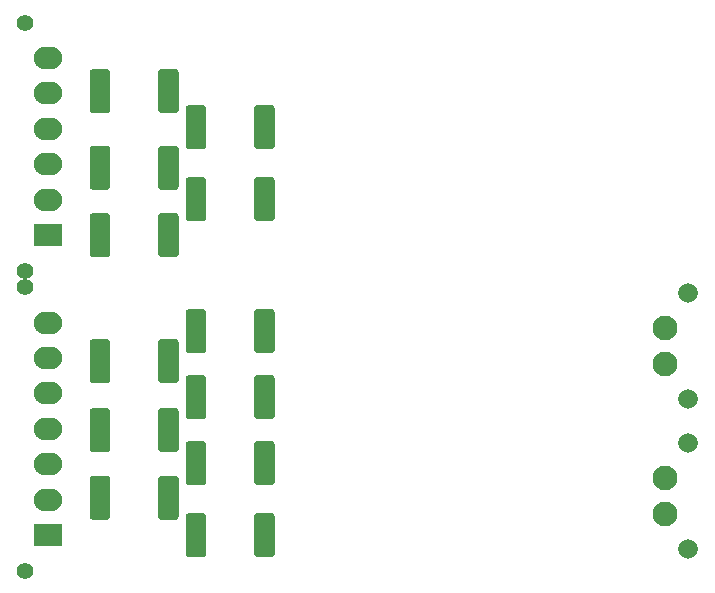
<source format=gbr>
G04 #@! TF.GenerationSoftware,KiCad,Pcbnew,(5.0.0)*
G04 #@! TF.CreationDate,2019-01-26T22:59:54-06:00*
G04 #@! TF.ProjectId,BPSVoltage,425053566F6C746167652E6B69636164,rev?*
G04 #@! TF.SameCoordinates,Original*
G04 #@! TF.FileFunction,Soldermask,Bot*
G04 #@! TF.FilePolarity,Negative*
%FSLAX46Y46*%
G04 Gerber Fmt 4.6, Leading zero omitted, Abs format (unit mm)*
G04 Created by KiCad (PCBNEW (5.0.0)) date 01/26/19 22:59:54*
%MOMM*%
%LPD*%
G01*
G04 APERTURE LIST*
%ADD10C,1.400000*%
%ADD11R,2.400000X1.900000*%
%ADD12O,2.400000X1.900000*%
%ADD13C,1.670000*%
%ADD14C,2.100000*%
%ADD15C,0.100000*%
%ADD16C,1.750000*%
G04 APERTURE END LIST*
D10*
G04 #@! TO.C,J4*
X168728000Y-72596000D03*
X168728000Y-48596000D03*
D11*
X170688000Y-69596000D03*
D12*
X170688000Y-66596000D03*
X170688000Y-63596000D03*
X170688000Y-60596000D03*
X170688000Y-57596000D03*
X170688000Y-54596000D03*
X170688000Y-51596000D03*
G04 #@! TD*
D10*
G04 #@! TO.C,J3*
X168728000Y-47196000D03*
X168728000Y-26196000D03*
D11*
X170688000Y-44196000D03*
D12*
X170688000Y-41196000D03*
X170688000Y-38196000D03*
X170688000Y-35196000D03*
X170688000Y-32196000D03*
X170688000Y-29196000D03*
G04 #@! TD*
D13*
G04 #@! TO.C,J1*
X224845000Y-58070000D03*
D14*
X222885000Y-52070000D03*
X222885000Y-55070000D03*
D13*
X224845000Y-49070000D03*
G04 #@! TD*
G04 #@! TO.C,J2*
X224845000Y-61770000D03*
D14*
X222885000Y-67770000D03*
X222885000Y-64770000D03*
D13*
X224845000Y-70770000D03*
G04 #@! TD*
D15*
G04 #@! TO.C,R4*
G36*
X181430692Y-30130561D02*
X181462151Y-30135227D01*
X181493000Y-30142954D01*
X181522944Y-30153669D01*
X181551694Y-30167266D01*
X181578972Y-30183616D01*
X181604517Y-30202561D01*
X181628081Y-30223919D01*
X181649439Y-30247483D01*
X181668384Y-30273028D01*
X181684734Y-30300306D01*
X181698331Y-30329056D01*
X181709046Y-30359000D01*
X181716773Y-30389849D01*
X181721439Y-30421308D01*
X181723000Y-30453073D01*
X181723000Y-33554927D01*
X181721439Y-33586692D01*
X181716773Y-33618151D01*
X181709046Y-33649000D01*
X181698331Y-33678944D01*
X181684734Y-33707694D01*
X181668384Y-33734972D01*
X181649439Y-33760517D01*
X181628081Y-33784081D01*
X181604517Y-33805439D01*
X181578972Y-33824384D01*
X181551694Y-33840734D01*
X181522944Y-33854331D01*
X181493000Y-33865046D01*
X181462151Y-33872773D01*
X181430692Y-33877439D01*
X181398927Y-33879000D01*
X180297073Y-33879000D01*
X180265308Y-33877439D01*
X180233849Y-33872773D01*
X180203000Y-33865046D01*
X180173056Y-33854331D01*
X180144306Y-33840734D01*
X180117028Y-33824384D01*
X180091483Y-33805439D01*
X180067919Y-33784081D01*
X180046561Y-33760517D01*
X180027616Y-33734972D01*
X180011266Y-33707694D01*
X179997669Y-33678944D01*
X179986954Y-33649000D01*
X179979227Y-33618151D01*
X179974561Y-33586692D01*
X179973000Y-33554927D01*
X179973000Y-30453073D01*
X179974561Y-30421308D01*
X179979227Y-30389849D01*
X179986954Y-30359000D01*
X179997669Y-30329056D01*
X180011266Y-30300306D01*
X180027616Y-30273028D01*
X180046561Y-30247483D01*
X180067919Y-30223919D01*
X180091483Y-30202561D01*
X180117028Y-30183616D01*
X180144306Y-30167266D01*
X180173056Y-30153669D01*
X180203000Y-30142954D01*
X180233849Y-30135227D01*
X180265308Y-30130561D01*
X180297073Y-30129000D01*
X181398927Y-30129000D01*
X181430692Y-30130561D01*
X181430692Y-30130561D01*
G37*
D16*
X180848000Y-32004000D03*
D15*
G36*
X175630692Y-30130561D02*
X175662151Y-30135227D01*
X175693000Y-30142954D01*
X175722944Y-30153669D01*
X175751694Y-30167266D01*
X175778972Y-30183616D01*
X175804517Y-30202561D01*
X175828081Y-30223919D01*
X175849439Y-30247483D01*
X175868384Y-30273028D01*
X175884734Y-30300306D01*
X175898331Y-30329056D01*
X175909046Y-30359000D01*
X175916773Y-30389849D01*
X175921439Y-30421308D01*
X175923000Y-30453073D01*
X175923000Y-33554927D01*
X175921439Y-33586692D01*
X175916773Y-33618151D01*
X175909046Y-33649000D01*
X175898331Y-33678944D01*
X175884734Y-33707694D01*
X175868384Y-33734972D01*
X175849439Y-33760517D01*
X175828081Y-33784081D01*
X175804517Y-33805439D01*
X175778972Y-33824384D01*
X175751694Y-33840734D01*
X175722944Y-33854331D01*
X175693000Y-33865046D01*
X175662151Y-33872773D01*
X175630692Y-33877439D01*
X175598927Y-33879000D01*
X174497073Y-33879000D01*
X174465308Y-33877439D01*
X174433849Y-33872773D01*
X174403000Y-33865046D01*
X174373056Y-33854331D01*
X174344306Y-33840734D01*
X174317028Y-33824384D01*
X174291483Y-33805439D01*
X174267919Y-33784081D01*
X174246561Y-33760517D01*
X174227616Y-33734972D01*
X174211266Y-33707694D01*
X174197669Y-33678944D01*
X174186954Y-33649000D01*
X174179227Y-33618151D01*
X174174561Y-33586692D01*
X174173000Y-33554927D01*
X174173000Y-30453073D01*
X174174561Y-30421308D01*
X174179227Y-30389849D01*
X174186954Y-30359000D01*
X174197669Y-30329056D01*
X174211266Y-30300306D01*
X174227616Y-30273028D01*
X174246561Y-30247483D01*
X174267919Y-30223919D01*
X174291483Y-30202561D01*
X174317028Y-30183616D01*
X174344306Y-30167266D01*
X174373056Y-30153669D01*
X174403000Y-30142954D01*
X174433849Y-30135227D01*
X174465308Y-30130561D01*
X174497073Y-30129000D01*
X175598927Y-30129000D01*
X175630692Y-30130561D01*
X175630692Y-30130561D01*
G37*
D16*
X175048000Y-32004000D03*
G04 #@! TD*
D15*
G04 #@! TO.C,R6*
G36*
X183758692Y-33178561D02*
X183790151Y-33183227D01*
X183821000Y-33190954D01*
X183850944Y-33201669D01*
X183879694Y-33215266D01*
X183906972Y-33231616D01*
X183932517Y-33250561D01*
X183956081Y-33271919D01*
X183977439Y-33295483D01*
X183996384Y-33321028D01*
X184012734Y-33348306D01*
X184026331Y-33377056D01*
X184037046Y-33407000D01*
X184044773Y-33437849D01*
X184049439Y-33469308D01*
X184051000Y-33501073D01*
X184051000Y-36602927D01*
X184049439Y-36634692D01*
X184044773Y-36666151D01*
X184037046Y-36697000D01*
X184026331Y-36726944D01*
X184012734Y-36755694D01*
X183996384Y-36782972D01*
X183977439Y-36808517D01*
X183956081Y-36832081D01*
X183932517Y-36853439D01*
X183906972Y-36872384D01*
X183879694Y-36888734D01*
X183850944Y-36902331D01*
X183821000Y-36913046D01*
X183790151Y-36920773D01*
X183758692Y-36925439D01*
X183726927Y-36927000D01*
X182625073Y-36927000D01*
X182593308Y-36925439D01*
X182561849Y-36920773D01*
X182531000Y-36913046D01*
X182501056Y-36902331D01*
X182472306Y-36888734D01*
X182445028Y-36872384D01*
X182419483Y-36853439D01*
X182395919Y-36832081D01*
X182374561Y-36808517D01*
X182355616Y-36782972D01*
X182339266Y-36755694D01*
X182325669Y-36726944D01*
X182314954Y-36697000D01*
X182307227Y-36666151D01*
X182302561Y-36634692D01*
X182301000Y-36602927D01*
X182301000Y-33501073D01*
X182302561Y-33469308D01*
X182307227Y-33437849D01*
X182314954Y-33407000D01*
X182325669Y-33377056D01*
X182339266Y-33348306D01*
X182355616Y-33321028D01*
X182374561Y-33295483D01*
X182395919Y-33271919D01*
X182419483Y-33250561D01*
X182445028Y-33231616D01*
X182472306Y-33215266D01*
X182501056Y-33201669D01*
X182531000Y-33190954D01*
X182561849Y-33183227D01*
X182593308Y-33178561D01*
X182625073Y-33177000D01*
X183726927Y-33177000D01*
X183758692Y-33178561D01*
X183758692Y-33178561D01*
G37*
D16*
X183176000Y-35052000D03*
D15*
G36*
X189558692Y-33178561D02*
X189590151Y-33183227D01*
X189621000Y-33190954D01*
X189650944Y-33201669D01*
X189679694Y-33215266D01*
X189706972Y-33231616D01*
X189732517Y-33250561D01*
X189756081Y-33271919D01*
X189777439Y-33295483D01*
X189796384Y-33321028D01*
X189812734Y-33348306D01*
X189826331Y-33377056D01*
X189837046Y-33407000D01*
X189844773Y-33437849D01*
X189849439Y-33469308D01*
X189851000Y-33501073D01*
X189851000Y-36602927D01*
X189849439Y-36634692D01*
X189844773Y-36666151D01*
X189837046Y-36697000D01*
X189826331Y-36726944D01*
X189812734Y-36755694D01*
X189796384Y-36782972D01*
X189777439Y-36808517D01*
X189756081Y-36832081D01*
X189732517Y-36853439D01*
X189706972Y-36872384D01*
X189679694Y-36888734D01*
X189650944Y-36902331D01*
X189621000Y-36913046D01*
X189590151Y-36920773D01*
X189558692Y-36925439D01*
X189526927Y-36927000D01*
X188425073Y-36927000D01*
X188393308Y-36925439D01*
X188361849Y-36920773D01*
X188331000Y-36913046D01*
X188301056Y-36902331D01*
X188272306Y-36888734D01*
X188245028Y-36872384D01*
X188219483Y-36853439D01*
X188195919Y-36832081D01*
X188174561Y-36808517D01*
X188155616Y-36782972D01*
X188139266Y-36755694D01*
X188125669Y-36726944D01*
X188114954Y-36697000D01*
X188107227Y-36666151D01*
X188102561Y-36634692D01*
X188101000Y-36602927D01*
X188101000Y-33501073D01*
X188102561Y-33469308D01*
X188107227Y-33437849D01*
X188114954Y-33407000D01*
X188125669Y-33377056D01*
X188139266Y-33348306D01*
X188155616Y-33321028D01*
X188174561Y-33295483D01*
X188195919Y-33271919D01*
X188219483Y-33250561D01*
X188245028Y-33231616D01*
X188272306Y-33215266D01*
X188301056Y-33201669D01*
X188331000Y-33190954D01*
X188361849Y-33183227D01*
X188393308Y-33178561D01*
X188425073Y-33177000D01*
X189526927Y-33177000D01*
X189558692Y-33178561D01*
X189558692Y-33178561D01*
G37*
D16*
X188976000Y-35052000D03*
G04 #@! TD*
D15*
G04 #@! TO.C,R8*
G36*
X181430692Y-36607561D02*
X181462151Y-36612227D01*
X181493000Y-36619954D01*
X181522944Y-36630669D01*
X181551694Y-36644266D01*
X181578972Y-36660616D01*
X181604517Y-36679561D01*
X181628081Y-36700919D01*
X181649439Y-36724483D01*
X181668384Y-36750028D01*
X181684734Y-36777306D01*
X181698331Y-36806056D01*
X181709046Y-36836000D01*
X181716773Y-36866849D01*
X181721439Y-36898308D01*
X181723000Y-36930073D01*
X181723000Y-40031927D01*
X181721439Y-40063692D01*
X181716773Y-40095151D01*
X181709046Y-40126000D01*
X181698331Y-40155944D01*
X181684734Y-40184694D01*
X181668384Y-40211972D01*
X181649439Y-40237517D01*
X181628081Y-40261081D01*
X181604517Y-40282439D01*
X181578972Y-40301384D01*
X181551694Y-40317734D01*
X181522944Y-40331331D01*
X181493000Y-40342046D01*
X181462151Y-40349773D01*
X181430692Y-40354439D01*
X181398927Y-40356000D01*
X180297073Y-40356000D01*
X180265308Y-40354439D01*
X180233849Y-40349773D01*
X180203000Y-40342046D01*
X180173056Y-40331331D01*
X180144306Y-40317734D01*
X180117028Y-40301384D01*
X180091483Y-40282439D01*
X180067919Y-40261081D01*
X180046561Y-40237517D01*
X180027616Y-40211972D01*
X180011266Y-40184694D01*
X179997669Y-40155944D01*
X179986954Y-40126000D01*
X179979227Y-40095151D01*
X179974561Y-40063692D01*
X179973000Y-40031927D01*
X179973000Y-36930073D01*
X179974561Y-36898308D01*
X179979227Y-36866849D01*
X179986954Y-36836000D01*
X179997669Y-36806056D01*
X180011266Y-36777306D01*
X180027616Y-36750028D01*
X180046561Y-36724483D01*
X180067919Y-36700919D01*
X180091483Y-36679561D01*
X180117028Y-36660616D01*
X180144306Y-36644266D01*
X180173056Y-36630669D01*
X180203000Y-36619954D01*
X180233849Y-36612227D01*
X180265308Y-36607561D01*
X180297073Y-36606000D01*
X181398927Y-36606000D01*
X181430692Y-36607561D01*
X181430692Y-36607561D01*
G37*
D16*
X180848000Y-38481000D03*
D15*
G36*
X175630692Y-36607561D02*
X175662151Y-36612227D01*
X175693000Y-36619954D01*
X175722944Y-36630669D01*
X175751694Y-36644266D01*
X175778972Y-36660616D01*
X175804517Y-36679561D01*
X175828081Y-36700919D01*
X175849439Y-36724483D01*
X175868384Y-36750028D01*
X175884734Y-36777306D01*
X175898331Y-36806056D01*
X175909046Y-36836000D01*
X175916773Y-36866849D01*
X175921439Y-36898308D01*
X175923000Y-36930073D01*
X175923000Y-40031927D01*
X175921439Y-40063692D01*
X175916773Y-40095151D01*
X175909046Y-40126000D01*
X175898331Y-40155944D01*
X175884734Y-40184694D01*
X175868384Y-40211972D01*
X175849439Y-40237517D01*
X175828081Y-40261081D01*
X175804517Y-40282439D01*
X175778972Y-40301384D01*
X175751694Y-40317734D01*
X175722944Y-40331331D01*
X175693000Y-40342046D01*
X175662151Y-40349773D01*
X175630692Y-40354439D01*
X175598927Y-40356000D01*
X174497073Y-40356000D01*
X174465308Y-40354439D01*
X174433849Y-40349773D01*
X174403000Y-40342046D01*
X174373056Y-40331331D01*
X174344306Y-40317734D01*
X174317028Y-40301384D01*
X174291483Y-40282439D01*
X174267919Y-40261081D01*
X174246561Y-40237517D01*
X174227616Y-40211972D01*
X174211266Y-40184694D01*
X174197669Y-40155944D01*
X174186954Y-40126000D01*
X174179227Y-40095151D01*
X174174561Y-40063692D01*
X174173000Y-40031927D01*
X174173000Y-36930073D01*
X174174561Y-36898308D01*
X174179227Y-36866849D01*
X174186954Y-36836000D01*
X174197669Y-36806056D01*
X174211266Y-36777306D01*
X174227616Y-36750028D01*
X174246561Y-36724483D01*
X174267919Y-36700919D01*
X174291483Y-36679561D01*
X174317028Y-36660616D01*
X174344306Y-36644266D01*
X174373056Y-36630669D01*
X174403000Y-36619954D01*
X174433849Y-36612227D01*
X174465308Y-36607561D01*
X174497073Y-36606000D01*
X175598927Y-36606000D01*
X175630692Y-36607561D01*
X175630692Y-36607561D01*
G37*
D16*
X175048000Y-38481000D03*
G04 #@! TD*
D15*
G04 #@! TO.C,R10*
G36*
X183758692Y-39274561D02*
X183790151Y-39279227D01*
X183821000Y-39286954D01*
X183850944Y-39297669D01*
X183879694Y-39311266D01*
X183906972Y-39327616D01*
X183932517Y-39346561D01*
X183956081Y-39367919D01*
X183977439Y-39391483D01*
X183996384Y-39417028D01*
X184012734Y-39444306D01*
X184026331Y-39473056D01*
X184037046Y-39503000D01*
X184044773Y-39533849D01*
X184049439Y-39565308D01*
X184051000Y-39597073D01*
X184051000Y-42698927D01*
X184049439Y-42730692D01*
X184044773Y-42762151D01*
X184037046Y-42793000D01*
X184026331Y-42822944D01*
X184012734Y-42851694D01*
X183996384Y-42878972D01*
X183977439Y-42904517D01*
X183956081Y-42928081D01*
X183932517Y-42949439D01*
X183906972Y-42968384D01*
X183879694Y-42984734D01*
X183850944Y-42998331D01*
X183821000Y-43009046D01*
X183790151Y-43016773D01*
X183758692Y-43021439D01*
X183726927Y-43023000D01*
X182625073Y-43023000D01*
X182593308Y-43021439D01*
X182561849Y-43016773D01*
X182531000Y-43009046D01*
X182501056Y-42998331D01*
X182472306Y-42984734D01*
X182445028Y-42968384D01*
X182419483Y-42949439D01*
X182395919Y-42928081D01*
X182374561Y-42904517D01*
X182355616Y-42878972D01*
X182339266Y-42851694D01*
X182325669Y-42822944D01*
X182314954Y-42793000D01*
X182307227Y-42762151D01*
X182302561Y-42730692D01*
X182301000Y-42698927D01*
X182301000Y-39597073D01*
X182302561Y-39565308D01*
X182307227Y-39533849D01*
X182314954Y-39503000D01*
X182325669Y-39473056D01*
X182339266Y-39444306D01*
X182355616Y-39417028D01*
X182374561Y-39391483D01*
X182395919Y-39367919D01*
X182419483Y-39346561D01*
X182445028Y-39327616D01*
X182472306Y-39311266D01*
X182501056Y-39297669D01*
X182531000Y-39286954D01*
X182561849Y-39279227D01*
X182593308Y-39274561D01*
X182625073Y-39273000D01*
X183726927Y-39273000D01*
X183758692Y-39274561D01*
X183758692Y-39274561D01*
G37*
D16*
X183176000Y-41148000D03*
D15*
G36*
X189558692Y-39274561D02*
X189590151Y-39279227D01*
X189621000Y-39286954D01*
X189650944Y-39297669D01*
X189679694Y-39311266D01*
X189706972Y-39327616D01*
X189732517Y-39346561D01*
X189756081Y-39367919D01*
X189777439Y-39391483D01*
X189796384Y-39417028D01*
X189812734Y-39444306D01*
X189826331Y-39473056D01*
X189837046Y-39503000D01*
X189844773Y-39533849D01*
X189849439Y-39565308D01*
X189851000Y-39597073D01*
X189851000Y-42698927D01*
X189849439Y-42730692D01*
X189844773Y-42762151D01*
X189837046Y-42793000D01*
X189826331Y-42822944D01*
X189812734Y-42851694D01*
X189796384Y-42878972D01*
X189777439Y-42904517D01*
X189756081Y-42928081D01*
X189732517Y-42949439D01*
X189706972Y-42968384D01*
X189679694Y-42984734D01*
X189650944Y-42998331D01*
X189621000Y-43009046D01*
X189590151Y-43016773D01*
X189558692Y-43021439D01*
X189526927Y-43023000D01*
X188425073Y-43023000D01*
X188393308Y-43021439D01*
X188361849Y-43016773D01*
X188331000Y-43009046D01*
X188301056Y-42998331D01*
X188272306Y-42984734D01*
X188245028Y-42968384D01*
X188219483Y-42949439D01*
X188195919Y-42928081D01*
X188174561Y-42904517D01*
X188155616Y-42878972D01*
X188139266Y-42851694D01*
X188125669Y-42822944D01*
X188114954Y-42793000D01*
X188107227Y-42762151D01*
X188102561Y-42730692D01*
X188101000Y-42698927D01*
X188101000Y-39597073D01*
X188102561Y-39565308D01*
X188107227Y-39533849D01*
X188114954Y-39503000D01*
X188125669Y-39473056D01*
X188139266Y-39444306D01*
X188155616Y-39417028D01*
X188174561Y-39391483D01*
X188195919Y-39367919D01*
X188219483Y-39346561D01*
X188245028Y-39327616D01*
X188272306Y-39311266D01*
X188301056Y-39297669D01*
X188331000Y-39286954D01*
X188361849Y-39279227D01*
X188393308Y-39274561D01*
X188425073Y-39273000D01*
X189526927Y-39273000D01*
X189558692Y-39274561D01*
X189558692Y-39274561D01*
G37*
D16*
X188976000Y-41148000D03*
G04 #@! TD*
D15*
G04 #@! TO.C,R12*
G36*
X181430692Y-42322561D02*
X181462151Y-42327227D01*
X181493000Y-42334954D01*
X181522944Y-42345669D01*
X181551694Y-42359266D01*
X181578972Y-42375616D01*
X181604517Y-42394561D01*
X181628081Y-42415919D01*
X181649439Y-42439483D01*
X181668384Y-42465028D01*
X181684734Y-42492306D01*
X181698331Y-42521056D01*
X181709046Y-42551000D01*
X181716773Y-42581849D01*
X181721439Y-42613308D01*
X181723000Y-42645073D01*
X181723000Y-45746927D01*
X181721439Y-45778692D01*
X181716773Y-45810151D01*
X181709046Y-45841000D01*
X181698331Y-45870944D01*
X181684734Y-45899694D01*
X181668384Y-45926972D01*
X181649439Y-45952517D01*
X181628081Y-45976081D01*
X181604517Y-45997439D01*
X181578972Y-46016384D01*
X181551694Y-46032734D01*
X181522944Y-46046331D01*
X181493000Y-46057046D01*
X181462151Y-46064773D01*
X181430692Y-46069439D01*
X181398927Y-46071000D01*
X180297073Y-46071000D01*
X180265308Y-46069439D01*
X180233849Y-46064773D01*
X180203000Y-46057046D01*
X180173056Y-46046331D01*
X180144306Y-46032734D01*
X180117028Y-46016384D01*
X180091483Y-45997439D01*
X180067919Y-45976081D01*
X180046561Y-45952517D01*
X180027616Y-45926972D01*
X180011266Y-45899694D01*
X179997669Y-45870944D01*
X179986954Y-45841000D01*
X179979227Y-45810151D01*
X179974561Y-45778692D01*
X179973000Y-45746927D01*
X179973000Y-42645073D01*
X179974561Y-42613308D01*
X179979227Y-42581849D01*
X179986954Y-42551000D01*
X179997669Y-42521056D01*
X180011266Y-42492306D01*
X180027616Y-42465028D01*
X180046561Y-42439483D01*
X180067919Y-42415919D01*
X180091483Y-42394561D01*
X180117028Y-42375616D01*
X180144306Y-42359266D01*
X180173056Y-42345669D01*
X180203000Y-42334954D01*
X180233849Y-42327227D01*
X180265308Y-42322561D01*
X180297073Y-42321000D01*
X181398927Y-42321000D01*
X181430692Y-42322561D01*
X181430692Y-42322561D01*
G37*
D16*
X180848000Y-44196000D03*
D15*
G36*
X175630692Y-42322561D02*
X175662151Y-42327227D01*
X175693000Y-42334954D01*
X175722944Y-42345669D01*
X175751694Y-42359266D01*
X175778972Y-42375616D01*
X175804517Y-42394561D01*
X175828081Y-42415919D01*
X175849439Y-42439483D01*
X175868384Y-42465028D01*
X175884734Y-42492306D01*
X175898331Y-42521056D01*
X175909046Y-42551000D01*
X175916773Y-42581849D01*
X175921439Y-42613308D01*
X175923000Y-42645073D01*
X175923000Y-45746927D01*
X175921439Y-45778692D01*
X175916773Y-45810151D01*
X175909046Y-45841000D01*
X175898331Y-45870944D01*
X175884734Y-45899694D01*
X175868384Y-45926972D01*
X175849439Y-45952517D01*
X175828081Y-45976081D01*
X175804517Y-45997439D01*
X175778972Y-46016384D01*
X175751694Y-46032734D01*
X175722944Y-46046331D01*
X175693000Y-46057046D01*
X175662151Y-46064773D01*
X175630692Y-46069439D01*
X175598927Y-46071000D01*
X174497073Y-46071000D01*
X174465308Y-46069439D01*
X174433849Y-46064773D01*
X174403000Y-46057046D01*
X174373056Y-46046331D01*
X174344306Y-46032734D01*
X174317028Y-46016384D01*
X174291483Y-45997439D01*
X174267919Y-45976081D01*
X174246561Y-45952517D01*
X174227616Y-45926972D01*
X174211266Y-45899694D01*
X174197669Y-45870944D01*
X174186954Y-45841000D01*
X174179227Y-45810151D01*
X174174561Y-45778692D01*
X174173000Y-45746927D01*
X174173000Y-42645073D01*
X174174561Y-42613308D01*
X174179227Y-42581849D01*
X174186954Y-42551000D01*
X174197669Y-42521056D01*
X174211266Y-42492306D01*
X174227616Y-42465028D01*
X174246561Y-42439483D01*
X174267919Y-42415919D01*
X174291483Y-42394561D01*
X174317028Y-42375616D01*
X174344306Y-42359266D01*
X174373056Y-42345669D01*
X174403000Y-42334954D01*
X174433849Y-42327227D01*
X174465308Y-42322561D01*
X174497073Y-42321000D01*
X175598927Y-42321000D01*
X175630692Y-42322561D01*
X175630692Y-42322561D01*
G37*
D16*
X175048000Y-44196000D03*
G04 #@! TD*
D15*
G04 #@! TO.C,R14*
G36*
X183758692Y-50450561D02*
X183790151Y-50455227D01*
X183821000Y-50462954D01*
X183850944Y-50473669D01*
X183879694Y-50487266D01*
X183906972Y-50503616D01*
X183932517Y-50522561D01*
X183956081Y-50543919D01*
X183977439Y-50567483D01*
X183996384Y-50593028D01*
X184012734Y-50620306D01*
X184026331Y-50649056D01*
X184037046Y-50679000D01*
X184044773Y-50709849D01*
X184049439Y-50741308D01*
X184051000Y-50773073D01*
X184051000Y-53874927D01*
X184049439Y-53906692D01*
X184044773Y-53938151D01*
X184037046Y-53969000D01*
X184026331Y-53998944D01*
X184012734Y-54027694D01*
X183996384Y-54054972D01*
X183977439Y-54080517D01*
X183956081Y-54104081D01*
X183932517Y-54125439D01*
X183906972Y-54144384D01*
X183879694Y-54160734D01*
X183850944Y-54174331D01*
X183821000Y-54185046D01*
X183790151Y-54192773D01*
X183758692Y-54197439D01*
X183726927Y-54199000D01*
X182625073Y-54199000D01*
X182593308Y-54197439D01*
X182561849Y-54192773D01*
X182531000Y-54185046D01*
X182501056Y-54174331D01*
X182472306Y-54160734D01*
X182445028Y-54144384D01*
X182419483Y-54125439D01*
X182395919Y-54104081D01*
X182374561Y-54080517D01*
X182355616Y-54054972D01*
X182339266Y-54027694D01*
X182325669Y-53998944D01*
X182314954Y-53969000D01*
X182307227Y-53938151D01*
X182302561Y-53906692D01*
X182301000Y-53874927D01*
X182301000Y-50773073D01*
X182302561Y-50741308D01*
X182307227Y-50709849D01*
X182314954Y-50679000D01*
X182325669Y-50649056D01*
X182339266Y-50620306D01*
X182355616Y-50593028D01*
X182374561Y-50567483D01*
X182395919Y-50543919D01*
X182419483Y-50522561D01*
X182445028Y-50503616D01*
X182472306Y-50487266D01*
X182501056Y-50473669D01*
X182531000Y-50462954D01*
X182561849Y-50455227D01*
X182593308Y-50450561D01*
X182625073Y-50449000D01*
X183726927Y-50449000D01*
X183758692Y-50450561D01*
X183758692Y-50450561D01*
G37*
D16*
X183176000Y-52324000D03*
D15*
G36*
X189558692Y-50450561D02*
X189590151Y-50455227D01*
X189621000Y-50462954D01*
X189650944Y-50473669D01*
X189679694Y-50487266D01*
X189706972Y-50503616D01*
X189732517Y-50522561D01*
X189756081Y-50543919D01*
X189777439Y-50567483D01*
X189796384Y-50593028D01*
X189812734Y-50620306D01*
X189826331Y-50649056D01*
X189837046Y-50679000D01*
X189844773Y-50709849D01*
X189849439Y-50741308D01*
X189851000Y-50773073D01*
X189851000Y-53874927D01*
X189849439Y-53906692D01*
X189844773Y-53938151D01*
X189837046Y-53969000D01*
X189826331Y-53998944D01*
X189812734Y-54027694D01*
X189796384Y-54054972D01*
X189777439Y-54080517D01*
X189756081Y-54104081D01*
X189732517Y-54125439D01*
X189706972Y-54144384D01*
X189679694Y-54160734D01*
X189650944Y-54174331D01*
X189621000Y-54185046D01*
X189590151Y-54192773D01*
X189558692Y-54197439D01*
X189526927Y-54199000D01*
X188425073Y-54199000D01*
X188393308Y-54197439D01*
X188361849Y-54192773D01*
X188331000Y-54185046D01*
X188301056Y-54174331D01*
X188272306Y-54160734D01*
X188245028Y-54144384D01*
X188219483Y-54125439D01*
X188195919Y-54104081D01*
X188174561Y-54080517D01*
X188155616Y-54054972D01*
X188139266Y-54027694D01*
X188125669Y-53998944D01*
X188114954Y-53969000D01*
X188107227Y-53938151D01*
X188102561Y-53906692D01*
X188101000Y-53874927D01*
X188101000Y-50773073D01*
X188102561Y-50741308D01*
X188107227Y-50709849D01*
X188114954Y-50679000D01*
X188125669Y-50649056D01*
X188139266Y-50620306D01*
X188155616Y-50593028D01*
X188174561Y-50567483D01*
X188195919Y-50543919D01*
X188219483Y-50522561D01*
X188245028Y-50503616D01*
X188272306Y-50487266D01*
X188301056Y-50473669D01*
X188331000Y-50462954D01*
X188361849Y-50455227D01*
X188393308Y-50450561D01*
X188425073Y-50449000D01*
X189526927Y-50449000D01*
X189558692Y-50450561D01*
X189558692Y-50450561D01*
G37*
D16*
X188976000Y-52324000D03*
G04 #@! TD*
D15*
G04 #@! TO.C,R18*
G36*
X181430692Y-52990561D02*
X181462151Y-52995227D01*
X181493000Y-53002954D01*
X181522944Y-53013669D01*
X181551694Y-53027266D01*
X181578972Y-53043616D01*
X181604517Y-53062561D01*
X181628081Y-53083919D01*
X181649439Y-53107483D01*
X181668384Y-53133028D01*
X181684734Y-53160306D01*
X181698331Y-53189056D01*
X181709046Y-53219000D01*
X181716773Y-53249849D01*
X181721439Y-53281308D01*
X181723000Y-53313073D01*
X181723000Y-56414927D01*
X181721439Y-56446692D01*
X181716773Y-56478151D01*
X181709046Y-56509000D01*
X181698331Y-56538944D01*
X181684734Y-56567694D01*
X181668384Y-56594972D01*
X181649439Y-56620517D01*
X181628081Y-56644081D01*
X181604517Y-56665439D01*
X181578972Y-56684384D01*
X181551694Y-56700734D01*
X181522944Y-56714331D01*
X181493000Y-56725046D01*
X181462151Y-56732773D01*
X181430692Y-56737439D01*
X181398927Y-56739000D01*
X180297073Y-56739000D01*
X180265308Y-56737439D01*
X180233849Y-56732773D01*
X180203000Y-56725046D01*
X180173056Y-56714331D01*
X180144306Y-56700734D01*
X180117028Y-56684384D01*
X180091483Y-56665439D01*
X180067919Y-56644081D01*
X180046561Y-56620517D01*
X180027616Y-56594972D01*
X180011266Y-56567694D01*
X179997669Y-56538944D01*
X179986954Y-56509000D01*
X179979227Y-56478151D01*
X179974561Y-56446692D01*
X179973000Y-56414927D01*
X179973000Y-53313073D01*
X179974561Y-53281308D01*
X179979227Y-53249849D01*
X179986954Y-53219000D01*
X179997669Y-53189056D01*
X180011266Y-53160306D01*
X180027616Y-53133028D01*
X180046561Y-53107483D01*
X180067919Y-53083919D01*
X180091483Y-53062561D01*
X180117028Y-53043616D01*
X180144306Y-53027266D01*
X180173056Y-53013669D01*
X180203000Y-53002954D01*
X180233849Y-52995227D01*
X180265308Y-52990561D01*
X180297073Y-52989000D01*
X181398927Y-52989000D01*
X181430692Y-52990561D01*
X181430692Y-52990561D01*
G37*
D16*
X180848000Y-54864000D03*
D15*
G36*
X175630692Y-52990561D02*
X175662151Y-52995227D01*
X175693000Y-53002954D01*
X175722944Y-53013669D01*
X175751694Y-53027266D01*
X175778972Y-53043616D01*
X175804517Y-53062561D01*
X175828081Y-53083919D01*
X175849439Y-53107483D01*
X175868384Y-53133028D01*
X175884734Y-53160306D01*
X175898331Y-53189056D01*
X175909046Y-53219000D01*
X175916773Y-53249849D01*
X175921439Y-53281308D01*
X175923000Y-53313073D01*
X175923000Y-56414927D01*
X175921439Y-56446692D01*
X175916773Y-56478151D01*
X175909046Y-56509000D01*
X175898331Y-56538944D01*
X175884734Y-56567694D01*
X175868384Y-56594972D01*
X175849439Y-56620517D01*
X175828081Y-56644081D01*
X175804517Y-56665439D01*
X175778972Y-56684384D01*
X175751694Y-56700734D01*
X175722944Y-56714331D01*
X175693000Y-56725046D01*
X175662151Y-56732773D01*
X175630692Y-56737439D01*
X175598927Y-56739000D01*
X174497073Y-56739000D01*
X174465308Y-56737439D01*
X174433849Y-56732773D01*
X174403000Y-56725046D01*
X174373056Y-56714331D01*
X174344306Y-56700734D01*
X174317028Y-56684384D01*
X174291483Y-56665439D01*
X174267919Y-56644081D01*
X174246561Y-56620517D01*
X174227616Y-56594972D01*
X174211266Y-56567694D01*
X174197669Y-56538944D01*
X174186954Y-56509000D01*
X174179227Y-56478151D01*
X174174561Y-56446692D01*
X174173000Y-56414927D01*
X174173000Y-53313073D01*
X174174561Y-53281308D01*
X174179227Y-53249849D01*
X174186954Y-53219000D01*
X174197669Y-53189056D01*
X174211266Y-53160306D01*
X174227616Y-53133028D01*
X174246561Y-53107483D01*
X174267919Y-53083919D01*
X174291483Y-53062561D01*
X174317028Y-53043616D01*
X174344306Y-53027266D01*
X174373056Y-53013669D01*
X174403000Y-53002954D01*
X174433849Y-52995227D01*
X174465308Y-52990561D01*
X174497073Y-52989000D01*
X175598927Y-52989000D01*
X175630692Y-52990561D01*
X175630692Y-52990561D01*
G37*
D16*
X175048000Y-54864000D03*
G04 #@! TD*
D15*
G04 #@! TO.C,R21*
G36*
X183758692Y-56038561D02*
X183790151Y-56043227D01*
X183821000Y-56050954D01*
X183850944Y-56061669D01*
X183879694Y-56075266D01*
X183906972Y-56091616D01*
X183932517Y-56110561D01*
X183956081Y-56131919D01*
X183977439Y-56155483D01*
X183996384Y-56181028D01*
X184012734Y-56208306D01*
X184026331Y-56237056D01*
X184037046Y-56267000D01*
X184044773Y-56297849D01*
X184049439Y-56329308D01*
X184051000Y-56361073D01*
X184051000Y-59462927D01*
X184049439Y-59494692D01*
X184044773Y-59526151D01*
X184037046Y-59557000D01*
X184026331Y-59586944D01*
X184012734Y-59615694D01*
X183996384Y-59642972D01*
X183977439Y-59668517D01*
X183956081Y-59692081D01*
X183932517Y-59713439D01*
X183906972Y-59732384D01*
X183879694Y-59748734D01*
X183850944Y-59762331D01*
X183821000Y-59773046D01*
X183790151Y-59780773D01*
X183758692Y-59785439D01*
X183726927Y-59787000D01*
X182625073Y-59787000D01*
X182593308Y-59785439D01*
X182561849Y-59780773D01*
X182531000Y-59773046D01*
X182501056Y-59762331D01*
X182472306Y-59748734D01*
X182445028Y-59732384D01*
X182419483Y-59713439D01*
X182395919Y-59692081D01*
X182374561Y-59668517D01*
X182355616Y-59642972D01*
X182339266Y-59615694D01*
X182325669Y-59586944D01*
X182314954Y-59557000D01*
X182307227Y-59526151D01*
X182302561Y-59494692D01*
X182301000Y-59462927D01*
X182301000Y-56361073D01*
X182302561Y-56329308D01*
X182307227Y-56297849D01*
X182314954Y-56267000D01*
X182325669Y-56237056D01*
X182339266Y-56208306D01*
X182355616Y-56181028D01*
X182374561Y-56155483D01*
X182395919Y-56131919D01*
X182419483Y-56110561D01*
X182445028Y-56091616D01*
X182472306Y-56075266D01*
X182501056Y-56061669D01*
X182531000Y-56050954D01*
X182561849Y-56043227D01*
X182593308Y-56038561D01*
X182625073Y-56037000D01*
X183726927Y-56037000D01*
X183758692Y-56038561D01*
X183758692Y-56038561D01*
G37*
D16*
X183176000Y-57912000D03*
D15*
G36*
X189558692Y-56038561D02*
X189590151Y-56043227D01*
X189621000Y-56050954D01*
X189650944Y-56061669D01*
X189679694Y-56075266D01*
X189706972Y-56091616D01*
X189732517Y-56110561D01*
X189756081Y-56131919D01*
X189777439Y-56155483D01*
X189796384Y-56181028D01*
X189812734Y-56208306D01*
X189826331Y-56237056D01*
X189837046Y-56267000D01*
X189844773Y-56297849D01*
X189849439Y-56329308D01*
X189851000Y-56361073D01*
X189851000Y-59462927D01*
X189849439Y-59494692D01*
X189844773Y-59526151D01*
X189837046Y-59557000D01*
X189826331Y-59586944D01*
X189812734Y-59615694D01*
X189796384Y-59642972D01*
X189777439Y-59668517D01*
X189756081Y-59692081D01*
X189732517Y-59713439D01*
X189706972Y-59732384D01*
X189679694Y-59748734D01*
X189650944Y-59762331D01*
X189621000Y-59773046D01*
X189590151Y-59780773D01*
X189558692Y-59785439D01*
X189526927Y-59787000D01*
X188425073Y-59787000D01*
X188393308Y-59785439D01*
X188361849Y-59780773D01*
X188331000Y-59773046D01*
X188301056Y-59762331D01*
X188272306Y-59748734D01*
X188245028Y-59732384D01*
X188219483Y-59713439D01*
X188195919Y-59692081D01*
X188174561Y-59668517D01*
X188155616Y-59642972D01*
X188139266Y-59615694D01*
X188125669Y-59586944D01*
X188114954Y-59557000D01*
X188107227Y-59526151D01*
X188102561Y-59494692D01*
X188101000Y-59462927D01*
X188101000Y-56361073D01*
X188102561Y-56329308D01*
X188107227Y-56297849D01*
X188114954Y-56267000D01*
X188125669Y-56237056D01*
X188139266Y-56208306D01*
X188155616Y-56181028D01*
X188174561Y-56155483D01*
X188195919Y-56131919D01*
X188219483Y-56110561D01*
X188245028Y-56091616D01*
X188272306Y-56075266D01*
X188301056Y-56061669D01*
X188331000Y-56050954D01*
X188361849Y-56043227D01*
X188393308Y-56038561D01*
X188425073Y-56037000D01*
X189526927Y-56037000D01*
X189558692Y-56038561D01*
X189558692Y-56038561D01*
G37*
D16*
X188976000Y-57912000D03*
G04 #@! TD*
D15*
G04 #@! TO.C,R25*
G36*
X181430692Y-58832561D02*
X181462151Y-58837227D01*
X181493000Y-58844954D01*
X181522944Y-58855669D01*
X181551694Y-58869266D01*
X181578972Y-58885616D01*
X181604517Y-58904561D01*
X181628081Y-58925919D01*
X181649439Y-58949483D01*
X181668384Y-58975028D01*
X181684734Y-59002306D01*
X181698331Y-59031056D01*
X181709046Y-59061000D01*
X181716773Y-59091849D01*
X181721439Y-59123308D01*
X181723000Y-59155073D01*
X181723000Y-62256927D01*
X181721439Y-62288692D01*
X181716773Y-62320151D01*
X181709046Y-62351000D01*
X181698331Y-62380944D01*
X181684734Y-62409694D01*
X181668384Y-62436972D01*
X181649439Y-62462517D01*
X181628081Y-62486081D01*
X181604517Y-62507439D01*
X181578972Y-62526384D01*
X181551694Y-62542734D01*
X181522944Y-62556331D01*
X181493000Y-62567046D01*
X181462151Y-62574773D01*
X181430692Y-62579439D01*
X181398927Y-62581000D01*
X180297073Y-62581000D01*
X180265308Y-62579439D01*
X180233849Y-62574773D01*
X180203000Y-62567046D01*
X180173056Y-62556331D01*
X180144306Y-62542734D01*
X180117028Y-62526384D01*
X180091483Y-62507439D01*
X180067919Y-62486081D01*
X180046561Y-62462517D01*
X180027616Y-62436972D01*
X180011266Y-62409694D01*
X179997669Y-62380944D01*
X179986954Y-62351000D01*
X179979227Y-62320151D01*
X179974561Y-62288692D01*
X179973000Y-62256927D01*
X179973000Y-59155073D01*
X179974561Y-59123308D01*
X179979227Y-59091849D01*
X179986954Y-59061000D01*
X179997669Y-59031056D01*
X180011266Y-59002306D01*
X180027616Y-58975028D01*
X180046561Y-58949483D01*
X180067919Y-58925919D01*
X180091483Y-58904561D01*
X180117028Y-58885616D01*
X180144306Y-58869266D01*
X180173056Y-58855669D01*
X180203000Y-58844954D01*
X180233849Y-58837227D01*
X180265308Y-58832561D01*
X180297073Y-58831000D01*
X181398927Y-58831000D01*
X181430692Y-58832561D01*
X181430692Y-58832561D01*
G37*
D16*
X180848000Y-60706000D03*
D15*
G36*
X175630692Y-58832561D02*
X175662151Y-58837227D01*
X175693000Y-58844954D01*
X175722944Y-58855669D01*
X175751694Y-58869266D01*
X175778972Y-58885616D01*
X175804517Y-58904561D01*
X175828081Y-58925919D01*
X175849439Y-58949483D01*
X175868384Y-58975028D01*
X175884734Y-59002306D01*
X175898331Y-59031056D01*
X175909046Y-59061000D01*
X175916773Y-59091849D01*
X175921439Y-59123308D01*
X175923000Y-59155073D01*
X175923000Y-62256927D01*
X175921439Y-62288692D01*
X175916773Y-62320151D01*
X175909046Y-62351000D01*
X175898331Y-62380944D01*
X175884734Y-62409694D01*
X175868384Y-62436972D01*
X175849439Y-62462517D01*
X175828081Y-62486081D01*
X175804517Y-62507439D01*
X175778972Y-62526384D01*
X175751694Y-62542734D01*
X175722944Y-62556331D01*
X175693000Y-62567046D01*
X175662151Y-62574773D01*
X175630692Y-62579439D01*
X175598927Y-62581000D01*
X174497073Y-62581000D01*
X174465308Y-62579439D01*
X174433849Y-62574773D01*
X174403000Y-62567046D01*
X174373056Y-62556331D01*
X174344306Y-62542734D01*
X174317028Y-62526384D01*
X174291483Y-62507439D01*
X174267919Y-62486081D01*
X174246561Y-62462517D01*
X174227616Y-62436972D01*
X174211266Y-62409694D01*
X174197669Y-62380944D01*
X174186954Y-62351000D01*
X174179227Y-62320151D01*
X174174561Y-62288692D01*
X174173000Y-62256927D01*
X174173000Y-59155073D01*
X174174561Y-59123308D01*
X174179227Y-59091849D01*
X174186954Y-59061000D01*
X174197669Y-59031056D01*
X174211266Y-59002306D01*
X174227616Y-58975028D01*
X174246561Y-58949483D01*
X174267919Y-58925919D01*
X174291483Y-58904561D01*
X174317028Y-58885616D01*
X174344306Y-58869266D01*
X174373056Y-58855669D01*
X174403000Y-58844954D01*
X174433849Y-58837227D01*
X174465308Y-58832561D01*
X174497073Y-58831000D01*
X175598927Y-58831000D01*
X175630692Y-58832561D01*
X175630692Y-58832561D01*
G37*
D16*
X175048000Y-60706000D03*
G04 #@! TD*
D15*
G04 #@! TO.C,R28*
G36*
X183758692Y-61626561D02*
X183790151Y-61631227D01*
X183821000Y-61638954D01*
X183850944Y-61649669D01*
X183879694Y-61663266D01*
X183906972Y-61679616D01*
X183932517Y-61698561D01*
X183956081Y-61719919D01*
X183977439Y-61743483D01*
X183996384Y-61769028D01*
X184012734Y-61796306D01*
X184026331Y-61825056D01*
X184037046Y-61855000D01*
X184044773Y-61885849D01*
X184049439Y-61917308D01*
X184051000Y-61949073D01*
X184051000Y-65050927D01*
X184049439Y-65082692D01*
X184044773Y-65114151D01*
X184037046Y-65145000D01*
X184026331Y-65174944D01*
X184012734Y-65203694D01*
X183996384Y-65230972D01*
X183977439Y-65256517D01*
X183956081Y-65280081D01*
X183932517Y-65301439D01*
X183906972Y-65320384D01*
X183879694Y-65336734D01*
X183850944Y-65350331D01*
X183821000Y-65361046D01*
X183790151Y-65368773D01*
X183758692Y-65373439D01*
X183726927Y-65375000D01*
X182625073Y-65375000D01*
X182593308Y-65373439D01*
X182561849Y-65368773D01*
X182531000Y-65361046D01*
X182501056Y-65350331D01*
X182472306Y-65336734D01*
X182445028Y-65320384D01*
X182419483Y-65301439D01*
X182395919Y-65280081D01*
X182374561Y-65256517D01*
X182355616Y-65230972D01*
X182339266Y-65203694D01*
X182325669Y-65174944D01*
X182314954Y-65145000D01*
X182307227Y-65114151D01*
X182302561Y-65082692D01*
X182301000Y-65050927D01*
X182301000Y-61949073D01*
X182302561Y-61917308D01*
X182307227Y-61885849D01*
X182314954Y-61855000D01*
X182325669Y-61825056D01*
X182339266Y-61796306D01*
X182355616Y-61769028D01*
X182374561Y-61743483D01*
X182395919Y-61719919D01*
X182419483Y-61698561D01*
X182445028Y-61679616D01*
X182472306Y-61663266D01*
X182501056Y-61649669D01*
X182531000Y-61638954D01*
X182561849Y-61631227D01*
X182593308Y-61626561D01*
X182625073Y-61625000D01*
X183726927Y-61625000D01*
X183758692Y-61626561D01*
X183758692Y-61626561D01*
G37*
D16*
X183176000Y-63500000D03*
D15*
G36*
X189558692Y-61626561D02*
X189590151Y-61631227D01*
X189621000Y-61638954D01*
X189650944Y-61649669D01*
X189679694Y-61663266D01*
X189706972Y-61679616D01*
X189732517Y-61698561D01*
X189756081Y-61719919D01*
X189777439Y-61743483D01*
X189796384Y-61769028D01*
X189812734Y-61796306D01*
X189826331Y-61825056D01*
X189837046Y-61855000D01*
X189844773Y-61885849D01*
X189849439Y-61917308D01*
X189851000Y-61949073D01*
X189851000Y-65050927D01*
X189849439Y-65082692D01*
X189844773Y-65114151D01*
X189837046Y-65145000D01*
X189826331Y-65174944D01*
X189812734Y-65203694D01*
X189796384Y-65230972D01*
X189777439Y-65256517D01*
X189756081Y-65280081D01*
X189732517Y-65301439D01*
X189706972Y-65320384D01*
X189679694Y-65336734D01*
X189650944Y-65350331D01*
X189621000Y-65361046D01*
X189590151Y-65368773D01*
X189558692Y-65373439D01*
X189526927Y-65375000D01*
X188425073Y-65375000D01*
X188393308Y-65373439D01*
X188361849Y-65368773D01*
X188331000Y-65361046D01*
X188301056Y-65350331D01*
X188272306Y-65336734D01*
X188245028Y-65320384D01*
X188219483Y-65301439D01*
X188195919Y-65280081D01*
X188174561Y-65256517D01*
X188155616Y-65230972D01*
X188139266Y-65203694D01*
X188125669Y-65174944D01*
X188114954Y-65145000D01*
X188107227Y-65114151D01*
X188102561Y-65082692D01*
X188101000Y-65050927D01*
X188101000Y-61949073D01*
X188102561Y-61917308D01*
X188107227Y-61885849D01*
X188114954Y-61855000D01*
X188125669Y-61825056D01*
X188139266Y-61796306D01*
X188155616Y-61769028D01*
X188174561Y-61743483D01*
X188195919Y-61719919D01*
X188219483Y-61698561D01*
X188245028Y-61679616D01*
X188272306Y-61663266D01*
X188301056Y-61649669D01*
X188331000Y-61638954D01*
X188361849Y-61631227D01*
X188393308Y-61626561D01*
X188425073Y-61625000D01*
X189526927Y-61625000D01*
X189558692Y-61626561D01*
X189558692Y-61626561D01*
G37*
D16*
X188976000Y-63500000D03*
G04 #@! TD*
D15*
G04 #@! TO.C,R30*
G36*
X181430692Y-64547561D02*
X181462151Y-64552227D01*
X181493000Y-64559954D01*
X181522944Y-64570669D01*
X181551694Y-64584266D01*
X181578972Y-64600616D01*
X181604517Y-64619561D01*
X181628081Y-64640919D01*
X181649439Y-64664483D01*
X181668384Y-64690028D01*
X181684734Y-64717306D01*
X181698331Y-64746056D01*
X181709046Y-64776000D01*
X181716773Y-64806849D01*
X181721439Y-64838308D01*
X181723000Y-64870073D01*
X181723000Y-67971927D01*
X181721439Y-68003692D01*
X181716773Y-68035151D01*
X181709046Y-68066000D01*
X181698331Y-68095944D01*
X181684734Y-68124694D01*
X181668384Y-68151972D01*
X181649439Y-68177517D01*
X181628081Y-68201081D01*
X181604517Y-68222439D01*
X181578972Y-68241384D01*
X181551694Y-68257734D01*
X181522944Y-68271331D01*
X181493000Y-68282046D01*
X181462151Y-68289773D01*
X181430692Y-68294439D01*
X181398927Y-68296000D01*
X180297073Y-68296000D01*
X180265308Y-68294439D01*
X180233849Y-68289773D01*
X180203000Y-68282046D01*
X180173056Y-68271331D01*
X180144306Y-68257734D01*
X180117028Y-68241384D01*
X180091483Y-68222439D01*
X180067919Y-68201081D01*
X180046561Y-68177517D01*
X180027616Y-68151972D01*
X180011266Y-68124694D01*
X179997669Y-68095944D01*
X179986954Y-68066000D01*
X179979227Y-68035151D01*
X179974561Y-68003692D01*
X179973000Y-67971927D01*
X179973000Y-64870073D01*
X179974561Y-64838308D01*
X179979227Y-64806849D01*
X179986954Y-64776000D01*
X179997669Y-64746056D01*
X180011266Y-64717306D01*
X180027616Y-64690028D01*
X180046561Y-64664483D01*
X180067919Y-64640919D01*
X180091483Y-64619561D01*
X180117028Y-64600616D01*
X180144306Y-64584266D01*
X180173056Y-64570669D01*
X180203000Y-64559954D01*
X180233849Y-64552227D01*
X180265308Y-64547561D01*
X180297073Y-64546000D01*
X181398927Y-64546000D01*
X181430692Y-64547561D01*
X181430692Y-64547561D01*
G37*
D16*
X180848000Y-66421000D03*
D15*
G36*
X175630692Y-64547561D02*
X175662151Y-64552227D01*
X175693000Y-64559954D01*
X175722944Y-64570669D01*
X175751694Y-64584266D01*
X175778972Y-64600616D01*
X175804517Y-64619561D01*
X175828081Y-64640919D01*
X175849439Y-64664483D01*
X175868384Y-64690028D01*
X175884734Y-64717306D01*
X175898331Y-64746056D01*
X175909046Y-64776000D01*
X175916773Y-64806849D01*
X175921439Y-64838308D01*
X175923000Y-64870073D01*
X175923000Y-67971927D01*
X175921439Y-68003692D01*
X175916773Y-68035151D01*
X175909046Y-68066000D01*
X175898331Y-68095944D01*
X175884734Y-68124694D01*
X175868384Y-68151972D01*
X175849439Y-68177517D01*
X175828081Y-68201081D01*
X175804517Y-68222439D01*
X175778972Y-68241384D01*
X175751694Y-68257734D01*
X175722944Y-68271331D01*
X175693000Y-68282046D01*
X175662151Y-68289773D01*
X175630692Y-68294439D01*
X175598927Y-68296000D01*
X174497073Y-68296000D01*
X174465308Y-68294439D01*
X174433849Y-68289773D01*
X174403000Y-68282046D01*
X174373056Y-68271331D01*
X174344306Y-68257734D01*
X174317028Y-68241384D01*
X174291483Y-68222439D01*
X174267919Y-68201081D01*
X174246561Y-68177517D01*
X174227616Y-68151972D01*
X174211266Y-68124694D01*
X174197669Y-68095944D01*
X174186954Y-68066000D01*
X174179227Y-68035151D01*
X174174561Y-68003692D01*
X174173000Y-67971927D01*
X174173000Y-64870073D01*
X174174561Y-64838308D01*
X174179227Y-64806849D01*
X174186954Y-64776000D01*
X174197669Y-64746056D01*
X174211266Y-64717306D01*
X174227616Y-64690028D01*
X174246561Y-64664483D01*
X174267919Y-64640919D01*
X174291483Y-64619561D01*
X174317028Y-64600616D01*
X174344306Y-64584266D01*
X174373056Y-64570669D01*
X174403000Y-64559954D01*
X174433849Y-64552227D01*
X174465308Y-64547561D01*
X174497073Y-64546000D01*
X175598927Y-64546000D01*
X175630692Y-64547561D01*
X175630692Y-64547561D01*
G37*
D16*
X175048000Y-66421000D03*
G04 #@! TD*
D15*
G04 #@! TO.C,R32*
G36*
X183758692Y-67722561D02*
X183790151Y-67727227D01*
X183821000Y-67734954D01*
X183850944Y-67745669D01*
X183879694Y-67759266D01*
X183906972Y-67775616D01*
X183932517Y-67794561D01*
X183956081Y-67815919D01*
X183977439Y-67839483D01*
X183996384Y-67865028D01*
X184012734Y-67892306D01*
X184026331Y-67921056D01*
X184037046Y-67951000D01*
X184044773Y-67981849D01*
X184049439Y-68013308D01*
X184051000Y-68045073D01*
X184051000Y-71146927D01*
X184049439Y-71178692D01*
X184044773Y-71210151D01*
X184037046Y-71241000D01*
X184026331Y-71270944D01*
X184012734Y-71299694D01*
X183996384Y-71326972D01*
X183977439Y-71352517D01*
X183956081Y-71376081D01*
X183932517Y-71397439D01*
X183906972Y-71416384D01*
X183879694Y-71432734D01*
X183850944Y-71446331D01*
X183821000Y-71457046D01*
X183790151Y-71464773D01*
X183758692Y-71469439D01*
X183726927Y-71471000D01*
X182625073Y-71471000D01*
X182593308Y-71469439D01*
X182561849Y-71464773D01*
X182531000Y-71457046D01*
X182501056Y-71446331D01*
X182472306Y-71432734D01*
X182445028Y-71416384D01*
X182419483Y-71397439D01*
X182395919Y-71376081D01*
X182374561Y-71352517D01*
X182355616Y-71326972D01*
X182339266Y-71299694D01*
X182325669Y-71270944D01*
X182314954Y-71241000D01*
X182307227Y-71210151D01*
X182302561Y-71178692D01*
X182301000Y-71146927D01*
X182301000Y-68045073D01*
X182302561Y-68013308D01*
X182307227Y-67981849D01*
X182314954Y-67951000D01*
X182325669Y-67921056D01*
X182339266Y-67892306D01*
X182355616Y-67865028D01*
X182374561Y-67839483D01*
X182395919Y-67815919D01*
X182419483Y-67794561D01*
X182445028Y-67775616D01*
X182472306Y-67759266D01*
X182501056Y-67745669D01*
X182531000Y-67734954D01*
X182561849Y-67727227D01*
X182593308Y-67722561D01*
X182625073Y-67721000D01*
X183726927Y-67721000D01*
X183758692Y-67722561D01*
X183758692Y-67722561D01*
G37*
D16*
X183176000Y-69596000D03*
D15*
G36*
X189558692Y-67722561D02*
X189590151Y-67727227D01*
X189621000Y-67734954D01*
X189650944Y-67745669D01*
X189679694Y-67759266D01*
X189706972Y-67775616D01*
X189732517Y-67794561D01*
X189756081Y-67815919D01*
X189777439Y-67839483D01*
X189796384Y-67865028D01*
X189812734Y-67892306D01*
X189826331Y-67921056D01*
X189837046Y-67951000D01*
X189844773Y-67981849D01*
X189849439Y-68013308D01*
X189851000Y-68045073D01*
X189851000Y-71146927D01*
X189849439Y-71178692D01*
X189844773Y-71210151D01*
X189837046Y-71241000D01*
X189826331Y-71270944D01*
X189812734Y-71299694D01*
X189796384Y-71326972D01*
X189777439Y-71352517D01*
X189756081Y-71376081D01*
X189732517Y-71397439D01*
X189706972Y-71416384D01*
X189679694Y-71432734D01*
X189650944Y-71446331D01*
X189621000Y-71457046D01*
X189590151Y-71464773D01*
X189558692Y-71469439D01*
X189526927Y-71471000D01*
X188425073Y-71471000D01*
X188393308Y-71469439D01*
X188361849Y-71464773D01*
X188331000Y-71457046D01*
X188301056Y-71446331D01*
X188272306Y-71432734D01*
X188245028Y-71416384D01*
X188219483Y-71397439D01*
X188195919Y-71376081D01*
X188174561Y-71352517D01*
X188155616Y-71326972D01*
X188139266Y-71299694D01*
X188125669Y-71270944D01*
X188114954Y-71241000D01*
X188107227Y-71210151D01*
X188102561Y-71178692D01*
X188101000Y-71146927D01*
X188101000Y-68045073D01*
X188102561Y-68013308D01*
X188107227Y-67981849D01*
X188114954Y-67951000D01*
X188125669Y-67921056D01*
X188139266Y-67892306D01*
X188155616Y-67865028D01*
X188174561Y-67839483D01*
X188195919Y-67815919D01*
X188219483Y-67794561D01*
X188245028Y-67775616D01*
X188272306Y-67759266D01*
X188301056Y-67745669D01*
X188331000Y-67734954D01*
X188361849Y-67727227D01*
X188393308Y-67722561D01*
X188425073Y-67721000D01*
X189526927Y-67721000D01*
X189558692Y-67722561D01*
X189558692Y-67722561D01*
G37*
D16*
X188976000Y-69596000D03*
G04 #@! TD*
M02*

</source>
